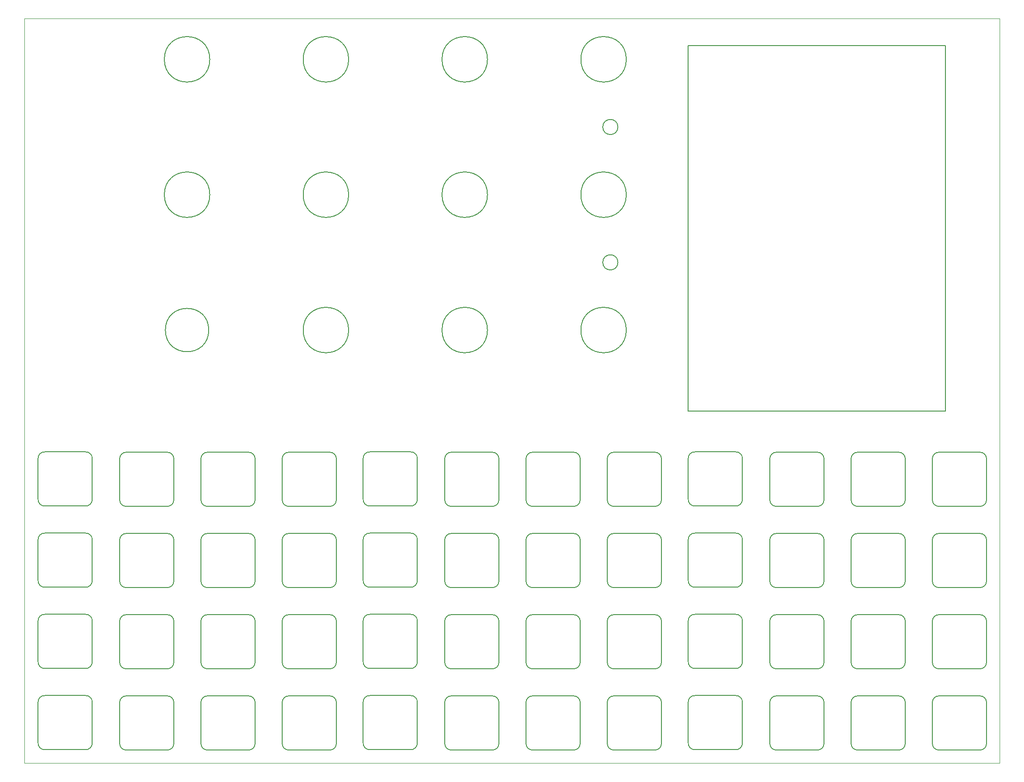
<source format=gko>
G04 Layer: BoardOutlineLayer*
G04 EasyEDA v6.5.39, 2024-01-08 11:37:38*
G04 eb5ff2ee8c2a459cb86397e18697a046,24315905b9734375b2ccc5c6aeea7757,10*
G04 Gerber Generator version 0.2*
G04 Scale: 100 percent, Rotated: No, Reflected: No *
G04 Dimensions in inches *
G04 leading zeros omitted , absolute positions ,3 integer and 6 decimal *
%FSLAX36Y36*%
%MOIN*%

%ADD10C,0.0050*%
%ADD11C,0.0020*%
D10*
X4900000Y5300000D02*
G01*
X6800000Y5300000D01*
X6800000Y2600000D01*
X4900000Y2600000D01*
X4900000Y5300000D01*
D11*
X0Y0D02*
G01*
X0Y2895700D01*
X0Y5500000D01*
X7200000Y5500000D01*
X7200000Y0D01*
X0Y0D01*
D10*
X6752266Y497732D02*
G01*
X7052266Y497732D01*
X7052266Y97732D02*
G01*
X6752266Y97732D01*
X6702266Y147732D02*
G01*
X6702266Y447732D01*
X7102266Y447732D02*
G01*
X7102266Y147732D01*
X6152266Y497732D02*
G01*
X6452266Y497732D01*
X6452266Y97732D02*
G01*
X6152266Y97732D01*
X6102266Y147732D02*
G01*
X6102266Y447732D01*
X6502266Y447732D02*
G01*
X6502266Y147732D01*
X5552266Y497732D02*
G01*
X5852266Y497732D01*
X5852266Y97732D02*
G01*
X5552266Y97732D01*
X5502266Y147732D02*
G01*
X5502266Y447732D01*
X5902266Y447732D02*
G01*
X5902266Y147732D01*
X4950000Y500000D02*
G01*
X5250000Y500000D01*
X5250000Y100000D02*
G01*
X4950000Y100000D01*
X4900000Y150000D02*
G01*
X4900000Y450000D01*
X5300000Y450000D02*
G01*
X5300000Y150000D01*
X6752266Y1097732D02*
G01*
X7052266Y1097732D01*
X7052266Y697732D02*
G01*
X6752266Y697732D01*
X6702266Y747732D02*
G01*
X6702266Y1047732D01*
X7102266Y1047732D02*
G01*
X7102266Y747732D01*
X6152266Y1097732D02*
G01*
X6452266Y1097732D01*
X6452266Y697732D02*
G01*
X6152266Y697732D01*
X6102266Y747732D02*
G01*
X6102266Y1047732D01*
X6502266Y1047732D02*
G01*
X6502266Y747732D01*
X5552266Y1097732D02*
G01*
X5852266Y1097732D01*
X5852266Y697732D02*
G01*
X5552266Y697732D01*
X5502266Y747732D02*
G01*
X5502266Y1047732D01*
X5902266Y1047732D02*
G01*
X5902266Y747732D01*
X4950000Y1100000D02*
G01*
X5250000Y1100000D01*
X5250000Y700000D02*
G01*
X4950000Y700000D01*
X4900000Y750000D02*
G01*
X4900000Y1050000D01*
X5300000Y1050000D02*
G01*
X5300000Y750000D01*
X6752266Y1697732D02*
G01*
X7052266Y1697732D01*
X7052266Y1297732D02*
G01*
X6752266Y1297732D01*
X6702266Y1347732D02*
G01*
X6702266Y1647732D01*
X7102266Y1647732D02*
G01*
X7102266Y1347732D01*
X6152266Y1697732D02*
G01*
X6452266Y1697732D01*
X6452266Y1297732D02*
G01*
X6152266Y1297732D01*
X6102266Y1347732D02*
G01*
X6102266Y1647732D01*
X6502266Y1647732D02*
G01*
X6502266Y1347732D01*
X5552266Y1697732D02*
G01*
X5852266Y1697732D01*
X5852266Y1297732D02*
G01*
X5552266Y1297732D01*
X5502266Y1347732D02*
G01*
X5502266Y1647732D01*
X5902266Y1647732D02*
G01*
X5902266Y1347732D01*
X4950000Y1700000D02*
G01*
X5250000Y1700000D01*
X5250000Y1300000D02*
G01*
X4950000Y1300000D01*
X4900000Y1350000D02*
G01*
X4900000Y1650000D01*
X5300000Y1650000D02*
G01*
X5300000Y1350000D01*
X6752266Y2297732D02*
G01*
X7052266Y2297732D01*
X7052266Y1897732D02*
G01*
X6752266Y1897732D01*
X6702266Y1947732D02*
G01*
X6702266Y2247732D01*
X7102266Y2247732D02*
G01*
X7102266Y1947732D01*
X6152266Y2297732D02*
G01*
X6452266Y2297732D01*
X6452266Y1897732D02*
G01*
X6152266Y1897732D01*
X6102266Y1947732D02*
G01*
X6102266Y2247732D01*
X6502266Y2247732D02*
G01*
X6502266Y1947732D01*
X5552266Y2297732D02*
G01*
X5852266Y2297732D01*
X5852266Y1897732D02*
G01*
X5552266Y1897732D01*
X5502266Y1947732D02*
G01*
X5502266Y2247732D01*
X5902266Y2247732D02*
G01*
X5902266Y1947732D01*
X4950000Y2300000D02*
G01*
X5250000Y2300000D01*
X5250000Y1900000D02*
G01*
X4950000Y1900000D01*
X4900000Y1950000D02*
G01*
X4900000Y2250000D01*
X5300000Y2250000D02*
G01*
X5300000Y1950000D01*
X4352266Y497732D02*
G01*
X4652266Y497732D01*
X4652266Y97732D02*
G01*
X4352266Y97732D01*
X4302266Y147732D02*
G01*
X4302266Y447732D01*
X4702266Y447732D02*
G01*
X4702266Y147732D01*
X3752265Y497732D02*
G01*
X4052265Y497732D01*
X4052265Y97732D02*
G01*
X3752265Y97732D01*
X3702265Y147732D02*
G01*
X3702265Y447732D01*
X4102265Y447732D02*
G01*
X4102265Y147732D01*
X3152265Y497732D02*
G01*
X3452265Y497732D01*
X3452265Y97732D02*
G01*
X3152265Y97732D01*
X3102265Y147732D02*
G01*
X3102265Y447732D01*
X3502265Y447732D02*
G01*
X3502265Y147732D01*
X2550000Y500000D02*
G01*
X2850000Y500000D01*
X2850000Y100000D02*
G01*
X2550000Y100000D01*
X2500000Y150000D02*
G01*
X2500000Y450000D01*
X2900000Y450000D02*
G01*
X2900000Y150000D01*
X4352266Y1097732D02*
G01*
X4652266Y1097732D01*
X4652266Y697732D02*
G01*
X4352266Y697732D01*
X4302266Y747732D02*
G01*
X4302266Y1047732D01*
X4702266Y1047732D02*
G01*
X4702266Y747732D01*
X3752265Y1097732D02*
G01*
X4052265Y1097732D01*
X4052265Y697732D02*
G01*
X3752265Y697732D01*
X3702265Y747732D02*
G01*
X3702265Y1047732D01*
X4102265Y1047732D02*
G01*
X4102265Y747732D01*
X3152265Y1097732D02*
G01*
X3452265Y1097732D01*
X3452265Y697732D02*
G01*
X3152265Y697732D01*
X3102265Y747732D02*
G01*
X3102265Y1047732D01*
X3502265Y1047732D02*
G01*
X3502265Y747732D01*
X2550000Y1100000D02*
G01*
X2850000Y1100000D01*
X2850000Y700000D02*
G01*
X2550000Y700000D01*
X2500000Y750000D02*
G01*
X2500000Y1050000D01*
X2900000Y1050000D02*
G01*
X2900000Y750000D01*
X4352266Y1697732D02*
G01*
X4652266Y1697732D01*
X4652266Y1297732D02*
G01*
X4352266Y1297732D01*
X4302266Y1347732D02*
G01*
X4302266Y1647732D01*
X4702266Y1647732D02*
G01*
X4702266Y1347732D01*
X3752265Y1697732D02*
G01*
X4052265Y1697732D01*
X4052265Y1297732D02*
G01*
X3752265Y1297732D01*
X3702265Y1347732D02*
G01*
X3702265Y1647732D01*
X4102265Y1647732D02*
G01*
X4102265Y1347732D01*
X3152265Y1697732D02*
G01*
X3452265Y1697732D01*
X3452265Y1297732D02*
G01*
X3152265Y1297732D01*
X3102265Y1347732D02*
G01*
X3102265Y1647732D01*
X3502265Y1647732D02*
G01*
X3502265Y1347732D01*
X2550000Y1700000D02*
G01*
X2850000Y1700000D01*
X2850000Y1300000D02*
G01*
X2550000Y1300000D01*
X2500000Y1350000D02*
G01*
X2500000Y1650000D01*
X2900000Y1650000D02*
G01*
X2900000Y1350000D01*
X4352266Y2297732D02*
G01*
X4652266Y2297732D01*
X4652266Y1897732D02*
G01*
X4352266Y1897732D01*
X4302266Y1947732D02*
G01*
X4302266Y2247732D01*
X4702266Y2247732D02*
G01*
X4702266Y1947732D01*
X3752265Y2297732D02*
G01*
X4052265Y2297732D01*
X4052265Y1897732D02*
G01*
X3752265Y1897732D01*
X3702265Y1947732D02*
G01*
X3702265Y2247732D01*
X4102265Y2247732D02*
G01*
X4102265Y1947732D01*
X3152265Y2297732D02*
G01*
X3452265Y2297732D01*
X3452265Y1897732D02*
G01*
X3152265Y1897732D01*
X3102265Y1947732D02*
G01*
X3102265Y2247732D01*
X3502265Y2247732D02*
G01*
X3502265Y1947732D01*
X2550000Y2300000D02*
G01*
X2850000Y2300000D01*
X2850000Y1900000D02*
G01*
X2550000Y1900000D01*
X2500000Y1950000D02*
G01*
X2500000Y2250000D01*
X2900000Y2250000D02*
G01*
X2900000Y1950000D01*
X1952265Y497732D02*
G01*
X2252265Y497732D01*
X2252265Y97732D02*
G01*
X1952265Y97732D01*
X1902265Y147732D02*
G01*
X1902265Y447732D01*
X2302265Y447732D02*
G01*
X2302265Y147732D01*
X1352265Y497732D02*
G01*
X1652265Y497732D01*
X1652265Y97732D02*
G01*
X1352265Y97732D01*
X1302265Y147732D02*
G01*
X1302265Y447732D01*
X1702265Y447732D02*
G01*
X1702265Y147732D01*
X752267Y497732D02*
G01*
X1052265Y497732D01*
X1052265Y97732D02*
G01*
X752267Y97732D01*
X702267Y147732D02*
G01*
X702267Y447732D01*
X1102265Y447732D02*
G01*
X1102265Y147732D01*
X150000Y500000D02*
G01*
X450000Y500000D01*
X450000Y100000D02*
G01*
X150000Y100000D01*
X100000Y150000D02*
G01*
X100000Y450000D01*
X500000Y450000D02*
G01*
X500000Y150000D01*
X1952265Y1097732D02*
G01*
X2252265Y1097732D01*
X2252265Y697732D02*
G01*
X1952265Y697732D01*
X1902265Y747732D02*
G01*
X1902265Y1047732D01*
X2302265Y1047732D02*
G01*
X2302265Y747732D01*
X1352265Y1097732D02*
G01*
X1652265Y1097732D01*
X1652265Y697732D02*
G01*
X1352265Y697732D01*
X1302265Y747732D02*
G01*
X1302265Y1047732D01*
X1702265Y1047732D02*
G01*
X1702265Y747732D01*
X752267Y1097732D02*
G01*
X1052265Y1097732D01*
X1052265Y697732D02*
G01*
X752267Y697732D01*
X702267Y747732D02*
G01*
X702267Y1047732D01*
X1102265Y1047732D02*
G01*
X1102265Y747732D01*
X150000Y1100000D02*
G01*
X450000Y1100000D01*
X450000Y700000D02*
G01*
X150000Y700000D01*
X100000Y750000D02*
G01*
X100000Y1050000D01*
X500000Y1050000D02*
G01*
X500000Y750000D01*
X1952265Y1697732D02*
G01*
X2252265Y1697732D01*
X2252265Y1297732D02*
G01*
X1952265Y1297732D01*
X1902265Y1347732D02*
G01*
X1902265Y1647732D01*
X2302265Y1647732D02*
G01*
X2302265Y1347732D01*
X1352265Y1697732D02*
G01*
X1652265Y1697732D01*
X1652265Y1297732D02*
G01*
X1352265Y1297732D01*
X1302265Y1347732D02*
G01*
X1302265Y1647732D01*
X1702265Y1647732D02*
G01*
X1702265Y1347732D01*
X752267Y1697732D02*
G01*
X1052265Y1697732D01*
X1052265Y1297732D02*
G01*
X752267Y1297732D01*
X702267Y1347732D02*
G01*
X702267Y1647732D01*
X1102265Y1647732D02*
G01*
X1102265Y1347732D01*
X150000Y1700000D02*
G01*
X450000Y1700000D01*
X450000Y1300000D02*
G01*
X150000Y1300000D01*
X100000Y1350000D02*
G01*
X100000Y1650000D01*
X500000Y1650000D02*
G01*
X500000Y1350000D01*
X1952265Y2297732D02*
G01*
X2252265Y2297732D01*
X2252265Y1897732D02*
G01*
X1952265Y1897732D01*
X1902265Y1947732D02*
G01*
X1902265Y2247732D01*
X2302265Y2247732D02*
G01*
X2302265Y1947732D01*
X1352265Y2297732D02*
G01*
X1652265Y2297732D01*
X1652265Y1897732D02*
G01*
X1352265Y1897732D01*
X1302265Y1947732D02*
G01*
X1302265Y2247732D01*
X1702265Y2247732D02*
G01*
X1702265Y1947732D01*
X752267Y2297732D02*
G01*
X1052265Y2297732D01*
X1052265Y1897732D02*
G01*
X752267Y1897732D01*
X702267Y1947732D02*
G01*
X702267Y2247732D01*
X1102265Y2247732D02*
G01*
X1102265Y1947732D01*
X150000Y2300000D02*
G01*
X450000Y2300000D01*
X450000Y1900000D02*
G01*
X150000Y1900000D01*
X100000Y1950000D02*
G01*
X100000Y2250000D01*
X500000Y2250000D02*
G01*
X500000Y1950000D01*
G75*
G01
X1367710Y5200000D02*
G03X1367710Y5200000I-167710J0D01*
G75*
G01
X2392710Y5200000D02*
G03X2392710Y5200000I-167710J0D01*
G75*
G01
X3417710Y5200000D02*
G03X3417710Y5200000I-167710J0D01*
G75*
G01
X4442710Y5200000D02*
G03X4442710Y5200000I-167710J0D01*
G75*
G01
X4442710Y4200000D02*
G03X4442710Y4200000I-167710J0D01*
G75*
G01
X3417710Y4200000D02*
G03X3417710Y4200000I-167710J0D01*
G75*
G01
X2392710Y4200000D02*
G03X2392710Y4200000I-167710J0D01*
G75*
G01
X1367710Y4200000D02*
G03X1367710Y4200000I-167710J0D01*
G75*
G01
X2392710Y3200000D02*
G03X2392710Y3200000I-167710J0D01*
G75*
G01
X1360080Y3200000D02*
G03X1360080Y3200000I-160080J0D01*
G75*
G01
X3417710Y3200000D02*
G03X3417710Y3200000I-167710J0D01*
G75*
G01
X4442710Y3200000D02*
G03X4442710Y3200000I-167710J0D01*
G75*
G01
X4380900Y4700000D02*
G03X4380900Y4700000I-55900J0D01*
G75*
G01
X4380900Y3700000D02*
G03X4380900Y3700000I-55900J0D01*
G75*
G01*
X100000Y2250000D02*
G02*
X150000Y2300000I47732J2268D01*
G75*
G01*
X150000Y1900000D02*
G02*
X100000Y1950000I-2268J47732D01*
G75*
G01*
X500000Y2250000D02*
G03*
X450000Y2300000I-47732J2268D01*
G75*
G01*
X450000Y1900000D02*
G03*
X500000Y1950000I2268J47732D01*
G75*
G01*
X1052268Y1897732D02*
G03*
X1102268Y1947732I2268J47732D01*
G75*
G01*
X1102268Y2247732D02*
G03*
X1052268Y2297732I-47732J2268D01*
G75*
G01*
X752268Y1897732D02*
G02*
X702268Y1947732I-2268J47732D01*
G75*
G01*
X702268Y2247732D02*
G02*
X752268Y2297732I47732J2268D01*
G75*
G01*
X1652268Y1897732D02*
G03*
X1702268Y1947732I2268J47732D01*
G75*
G01*
X1702268Y2247732D02*
G03*
X1652268Y2297732I-47732J2268D01*
G75*
G01*
X1352268Y1897732D02*
G02*
X1302268Y1947732I-2268J47732D01*
G75*
G01*
X1302268Y2247732D02*
G02*
X1352268Y2297732I47732J2268D01*
G75*
G01*
X1902268Y2247732D02*
G02*
X1952268Y2297732I47732J2268D01*
G75*
G01*
X1952268Y1897732D02*
G02*
X1902268Y1947732I-2268J47732D01*
G75*
G01*
X2302268Y2247732D02*
G03*
X2252268Y2297732I-47732J2268D01*
G75*
G01*
X2252268Y1897732D02*
G03*
X2302268Y1947732I2268J47732D01*
G75*
G01*
X2252268Y1297732D02*
G03*
X2302268Y1347732I2268J47732D01*
G75*
G01*
X2302268Y1647732D02*
G03*
X2252268Y1697732I-47732J2268D01*
G75*
G01*
X1952268Y1297732D02*
G02*
X1902268Y1347732I-2268J47732D01*
G75*
G01*
X1902268Y1647732D02*
G02*
X1952268Y1697732I47732J2268D01*
G75*
G01*
X1302268Y1647732D02*
G02*
X1352268Y1697732I47732J2268D01*
G75*
G01*
X1352268Y1297732D02*
G02*
X1302268Y1347732I-2268J47732D01*
G75*
G01*
X1702268Y1647732D02*
G03*
X1652268Y1697732I-47732J2268D01*
G75*
G01*
X1652268Y1297732D02*
G03*
X1702268Y1347732I2268J47732D01*
G75*
G01*
X702268Y1647732D02*
G02*
X752268Y1697732I47732J2268D01*
G75*
G01*
X752268Y1297732D02*
G02*
X702268Y1347732I-2268J47732D01*
G75*
G01*
X1102268Y1647732D02*
G03*
X1052268Y1697732I-47732J2268D01*
G75*
G01*
X1052268Y1297732D02*
G03*
X1102268Y1347732I2268J47732D01*
G75*
G01*
X450000Y1300000D02*
G03*
X500000Y1350000I2268J47732D01*
G75*
G01*
X500000Y1650000D02*
G03*
X450000Y1700000I-47732J2268D01*
G75*
G01*
X150000Y1300000D02*
G02*
X100000Y1350000I-2268J47732D01*
G75*
G01*
X100000Y1650000D02*
G02*
X150000Y1700000I47732J2268D01*
G75*
G01*
X2252268Y697732D02*
G03*
X2302268Y747732I2268J47732D01*
G75*
G01*
X2302268Y1047732D02*
G03*
X2252268Y1097732I-47732J2268D01*
G75*
G01*
X1952268Y697732D02*
G02*
X1902268Y747732I-2268J47732D01*
G75*
G01*
X1902268Y1047732D02*
G02*
X1952268Y1097732I47732J2268D01*
G75*
G01*
X1302268Y1047732D02*
G02*
X1352268Y1097732I47732J2268D01*
G75*
G01*
X1352268Y697732D02*
G02*
X1302268Y747732I-2268J47732D01*
G75*
G01*
X1702268Y1047732D02*
G03*
X1652268Y1097732I-47732J2268D01*
G75*
G01*
X1652268Y697732D02*
G03*
X1702268Y747732I2268J47732D01*
G75*
G01*
X702268Y1047732D02*
G02*
X752268Y1097732I47732J2268D01*
G75*
G01*
X752268Y697732D02*
G02*
X702268Y747732I-2268J47732D01*
G75*
G01*
X1102268Y1047732D02*
G03*
X1052268Y1097732I-47732J2268D01*
G75*
G01*
X1052268Y697732D02*
G03*
X1102268Y747732I2268J47732D01*
G75*
G01*
X450000Y700000D02*
G03*
X500000Y750000I2268J47732D01*
G75*
G01*
X500000Y1050000D02*
G03*
X450000Y1100000I-47732J2268D01*
G75*
G01*
X150000Y700000D02*
G02*
X100000Y750000I-2268J47732D01*
G75*
G01*
X100000Y1050000D02*
G02*
X150000Y1100000I47732J2268D01*
G75*
G01*
X2252268Y97732D02*
G03*
X2302268Y147732I2268J47732D01*
G75*
G01*
X2302268Y447732D02*
G03*
X2252268Y497732I-47732J2268D01*
G75*
G01*
X1952268Y97732D02*
G02*
X1902268Y147732I-2268J47732D01*
G75*
G01*
X1902268Y447732D02*
G02*
X1952268Y497732I47732J2268D01*
G75*
G01*
X1302268Y447732D02*
G02*
X1352268Y497732I47732J2268D01*
G75*
G01*
X1352268Y97732D02*
G02*
X1302268Y147732I-2268J47732D01*
G75*
G01*
X1702268Y447732D02*
G03*
X1652268Y497732I-47732J2268D01*
G75*
G01*
X1652268Y97732D02*
G03*
X1702268Y147732I2268J47732D01*
G75*
G01*
X702268Y447732D02*
G02*
X752268Y497732I47732J2268D01*
G75*
G01*
X752268Y97732D02*
G02*
X702268Y147732I-2268J47732D01*
G75*
G01*
X1102268Y447732D02*
G03*
X1052268Y497732I-47732J2268D01*
G75*
G01*
X1052268Y97732D02*
G03*
X1102268Y147732I2268J47732D01*
G75*
G01*
X450000Y100000D02*
G03*
X500000Y150000I2268J47732D01*
G75*
G01*
X500000Y450000D02*
G03*
X450000Y500000I-47732J2268D01*
G75*
G01*
X150000Y100000D02*
G02*
X100000Y150000I-2268J47732D01*
G75*
G01*
X100000Y450000D02*
G02*
X150000Y500000I47732J2268D01*
G75*
G01*
X2500000Y450000D02*
G02*
X2550000Y500000I47732J2268D01*
G75*
G01*
X2550000Y100000D02*
G02*
X2500000Y150000I-2268J47732D01*
G75*
G01*
X2900000Y450000D02*
G03*
X2850000Y500000I-47732J2268D01*
G75*
G01*
X2850000Y100000D02*
G03*
X2900000Y150000I2268J47732D01*
G75*
G01*
X3452268Y97732D02*
G03*
X3502268Y147732I2268J47732D01*
G75*
G01*
X3502268Y447732D02*
G03*
X3452268Y497732I-47732J2268D01*
G75*
G01*
X3152268Y97732D02*
G02*
X3102268Y147732I-2268J47732D01*
G75*
G01*
X3102268Y447732D02*
G02*
X3152268Y497732I47732J2268D01*
G75*
G01*
X4052268Y97732D02*
G03*
X4102268Y147732I2268J47732D01*
G75*
G01*
X4102268Y447732D02*
G03*
X4052268Y497732I-47732J2268D01*
G75*
G01*
X3752268Y97732D02*
G02*
X3702268Y147732I-2268J47732D01*
G75*
G01*
X3702268Y447732D02*
G02*
X3752268Y497732I47732J2268D01*
G75*
G01*
X4302268Y447732D02*
G02*
X4352268Y497732I47732J2268D01*
G75*
G01*
X4352268Y97732D02*
G02*
X4302268Y147732I-2268J47732D01*
G75*
G01*
X4702268Y447732D02*
G03*
X4652268Y497732I-47732J2268D01*
G75*
G01*
X4652268Y97732D02*
G03*
X4702268Y147732I2268J47732D01*
G75*
G01*
X2500000Y1050000D02*
G02*
X2550000Y1100000I47732J2268D01*
G75*
G01*
X2550000Y700000D02*
G02*
X2500000Y750000I-2268J47732D01*
G75*
G01*
X2900000Y1050000D02*
G03*
X2850000Y1100000I-47732J2268D01*
G75*
G01*
X2850000Y700000D02*
G03*
X2900000Y750000I2268J47732D01*
G75*
G01*
X3452268Y697732D02*
G03*
X3502268Y747732I2268J47732D01*
G75*
G01*
X3502268Y1047732D02*
G03*
X3452268Y1097732I-47732J2268D01*
G75*
G01*
X3152268Y697732D02*
G02*
X3102268Y747732I-2268J47732D01*
G75*
G01*
X3102268Y1047732D02*
G02*
X3152268Y1097732I47732J2268D01*
G75*
G01*
X4052268Y697732D02*
G03*
X4102268Y747732I2268J47732D01*
G75*
G01*
X4102268Y1047732D02*
G03*
X4052268Y1097732I-47732J2268D01*
G75*
G01*
X3752268Y697732D02*
G02*
X3702268Y747732I-2268J47732D01*
G75*
G01*
X3702268Y1047732D02*
G02*
X3752268Y1097732I47732J2268D01*
G75*
G01*
X4302268Y1047732D02*
G02*
X4352268Y1097732I47732J2268D01*
G75*
G01*
X4352268Y697732D02*
G02*
X4302268Y747732I-2268J47732D01*
G75*
G01*
X4702268Y1047732D02*
G03*
X4652268Y1097732I-47732J2268D01*
G75*
G01*
X4652268Y697732D02*
G03*
X4702268Y747732I2268J47732D01*
G75*
G01*
X2500000Y1650000D02*
G02*
X2550000Y1700000I47732J2268D01*
G75*
G01*
X2550000Y1300000D02*
G02*
X2500000Y1350000I-2268J47732D01*
G75*
G01*
X2900000Y1650000D02*
G03*
X2850000Y1700000I-47732J2268D01*
G75*
G01*
X2850000Y1300000D02*
G03*
X2900000Y1350000I2268J47732D01*
G75*
G01*
X3452268Y1297732D02*
G03*
X3502268Y1347732I2268J47732D01*
G75*
G01*
X3502268Y1647732D02*
G03*
X3452268Y1697732I-47732J2268D01*
G75*
G01*
X3152268Y1297732D02*
G02*
X3102268Y1347732I-2268J47732D01*
G75*
G01*
X3102268Y1647732D02*
G02*
X3152268Y1697732I47732J2268D01*
G75*
G01*
X4052268Y1297732D02*
G03*
X4102268Y1347732I2268J47732D01*
G75*
G01*
X4102268Y1647732D02*
G03*
X4052268Y1697732I-47732J2268D01*
G75*
G01*
X3752268Y1297732D02*
G02*
X3702268Y1347732I-2268J47732D01*
G75*
G01*
X3702268Y1647732D02*
G02*
X3752268Y1697732I47732J2268D01*
G75*
G01*
X4302268Y1647732D02*
G02*
X4352268Y1697732I47732J2268D01*
G75*
G01*
X4352268Y1297732D02*
G02*
X4302268Y1347732I-2268J47732D01*
G75*
G01*
X4702268Y1647732D02*
G03*
X4652268Y1697732I-47732J2268D01*
G75*
G01*
X4652268Y1297732D02*
G03*
X4702268Y1347732I2268J47732D01*
G75*
G01*
X4652268Y1897732D02*
G03*
X4702268Y1947732I2268J47732D01*
G75*
G01*
X4702268Y2247732D02*
G03*
X4652268Y2297732I-47732J2268D01*
G75*
G01*
X4352268Y1897732D02*
G02*
X4302268Y1947732I-2268J47732D01*
G75*
G01*
X4302268Y2247732D02*
G02*
X4352268Y2297732I47732J2268D01*
G75*
G01*
X3702268Y2247732D02*
G02*
X3752268Y2297732I47732J2268D01*
G75*
G01*
X3752268Y1897732D02*
G02*
X3702268Y1947732I-2268J47732D01*
G75*
G01*
X4102268Y2247732D02*
G03*
X4052268Y2297732I-47732J2268D01*
G75*
G01*
X4052268Y1897732D02*
G03*
X4102268Y1947732I2268J47732D01*
G75*
G01*
X3102268Y2247732D02*
G02*
X3152268Y2297732I47732J2268D01*
G75*
G01*
X3152268Y1897732D02*
G02*
X3102268Y1947732I-2268J47732D01*
G75*
G01*
X3502268Y2247732D02*
G03*
X3452268Y2297732I-47732J2268D01*
G75*
G01*
X3452268Y1897732D02*
G03*
X3502268Y1947732I2268J47732D01*
G75*
G01*
X2850000Y1900000D02*
G03*
X2900000Y1950000I2268J47732D01*
G75*
G01*
X2900000Y2250000D02*
G03*
X2850000Y2300000I-47732J2268D01*
G75*
G01*
X2550000Y1900000D02*
G02*
X2500000Y1950000I-2268J47732D01*
G75*
G01*
X2500000Y2250000D02*
G02*
X2550000Y2300000I47732J2268D01*
G75*
G01*
X4900000Y450000D02*
G02*
X4950000Y500000I47732J2268D01*
G75*
G01*
X4950000Y100000D02*
G02*
X4900000Y150000I-2268J47732D01*
G75*
G01*
X5300000Y450000D02*
G03*
X5250000Y500000I-47732J2268D01*
G75*
G01*
X5250000Y100000D02*
G03*
X5300000Y150000I2268J47732D01*
G75*
G01*
X5852268Y97732D02*
G03*
X5902268Y147732I2268J47732D01*
G75*
G01*
X5902268Y447732D02*
G03*
X5852268Y497732I-47732J2268D01*
G75*
G01*
X5552268Y97732D02*
G02*
X5502268Y147732I-2268J47732D01*
G75*
G01*
X5502268Y447732D02*
G02*
X5552268Y497732I47732J2268D01*
G75*
G01*
X6452268Y97732D02*
G03*
X6502268Y147732I2268J47732D01*
G75*
G01*
X6502268Y447732D02*
G03*
X6452268Y497732I-47732J2268D01*
G75*
G01*
X6152268Y97732D02*
G02*
X6102268Y147732I-2268J47732D01*
G75*
G01*
X6102268Y447732D02*
G02*
X6152268Y497732I47732J2268D01*
G75*
G01*
X6702268Y447732D02*
G02*
X6752268Y497732I47732J2268D01*
G75*
G01*
X6752268Y97732D02*
G02*
X6702268Y147732I-2268J47732D01*
G75*
G01*
X7102268Y447732D02*
G03*
X7052268Y497732I-47732J2268D01*
G75*
G01*
X7052268Y97732D02*
G03*
X7102268Y147732I2268J47732D01*
G75*
G01*
X4900000Y1050000D02*
G02*
X4950000Y1100000I47732J2268D01*
G75*
G01*
X4950000Y700000D02*
G02*
X4900000Y750000I-2268J47732D01*
G75*
G01*
X5300000Y1050000D02*
G03*
X5250000Y1100000I-47732J2268D01*
G75*
G01*
X5250000Y700000D02*
G03*
X5300000Y750000I2268J47732D01*
G75*
G01*
X5852268Y697732D02*
G03*
X5902268Y747732I2268J47732D01*
G75*
G01*
X5902268Y1047732D02*
G03*
X5852268Y1097732I-47732J2268D01*
G75*
G01*
X5552268Y697732D02*
G02*
X5502268Y747732I-2268J47732D01*
G75*
G01*
X5502268Y1047732D02*
G02*
X5552268Y1097732I47732J2268D01*
G75*
G01*
X6452268Y697732D02*
G03*
X6502268Y747732I2268J47732D01*
G75*
G01*
X6502268Y1047732D02*
G03*
X6452268Y1097732I-47732J2268D01*
G75*
G01*
X6152268Y697732D02*
G02*
X6102268Y747732I-2268J47732D01*
G75*
G01*
X6102268Y1047732D02*
G02*
X6152268Y1097732I47732J2268D01*
G75*
G01*
X6702268Y1047732D02*
G02*
X6752268Y1097732I47732J2268D01*
G75*
G01*
X6752268Y697732D02*
G02*
X6702268Y747732I-2268J47732D01*
G75*
G01*
X7102268Y1047732D02*
G03*
X7052268Y1097732I-47732J2268D01*
G75*
G01*
X7052268Y697732D02*
G03*
X7102268Y747732I2268J47732D01*
G75*
G01*
X4900000Y1650000D02*
G02*
X4950000Y1700000I47732J2268D01*
G75*
G01*
X4950000Y1300000D02*
G02*
X4900000Y1350000I-2268J47732D01*
G75*
G01*
X5300000Y1650000D02*
G03*
X5250000Y1700000I-47732J2268D01*
G75*
G01*
X5250000Y1300000D02*
G03*
X5300000Y1350000I2268J47732D01*
G75*
G01*
X5852268Y1297732D02*
G03*
X5902268Y1347732I2268J47732D01*
G75*
G01*
X5902268Y1647732D02*
G03*
X5852268Y1697732I-47732J2268D01*
G75*
G01*
X5552268Y1297732D02*
G02*
X5502268Y1347732I-2268J47732D01*
G75*
G01*
X5502268Y1647732D02*
G02*
X5552268Y1697732I47732J2268D01*
G75*
G01*
X6452268Y1297732D02*
G03*
X6502268Y1347732I2268J47732D01*
G75*
G01*
X6502268Y1647732D02*
G03*
X6452268Y1697732I-47732J2268D01*
G75*
G01*
X6152268Y1297732D02*
G02*
X6102268Y1347732I-2268J47732D01*
G75*
G01*
X6102268Y1647732D02*
G02*
X6152268Y1697732I47732J2268D01*
G75*
G01*
X6702268Y1647732D02*
G02*
X6752268Y1697732I47732J2268D01*
G75*
G01*
X6752268Y1297732D02*
G02*
X6702268Y1347732I-2268J47732D01*
G75*
G01*
X7102268Y1647732D02*
G03*
X7052268Y1697732I-47732J2268D01*
G75*
G01*
X7052268Y1297732D02*
G03*
X7102268Y1347732I2268J47732D01*
G75*
G01*
X7052268Y1897732D02*
G03*
X7102268Y1947732I2268J47732D01*
G75*
G01*
X7102268Y2247732D02*
G03*
X7052268Y2297732I-47732J2268D01*
G75*
G01*
X6752268Y1897732D02*
G02*
X6702268Y1947732I-2268J47732D01*
G75*
G01*
X6702268Y2247732D02*
G02*
X6752268Y2297732I47732J2268D01*
G75*
G01*
X6102268Y2247732D02*
G02*
X6152268Y2297732I47732J2268D01*
G75*
G01*
X6152268Y1897732D02*
G02*
X6102268Y1947732I-2268J47732D01*
G75*
G01*
X6502268Y2247732D02*
G03*
X6452268Y2297732I-47732J2268D01*
G75*
G01*
X6452268Y1897732D02*
G03*
X6502268Y1947732I2268J47732D01*
G75*
G01*
X5502268Y2247732D02*
G02*
X5552268Y2297732I47732J2268D01*
G75*
G01*
X5552268Y1897732D02*
G02*
X5502268Y1947732I-2268J47732D01*
G75*
G01*
X5902268Y2247732D02*
G03*
X5852268Y2297732I-47732J2268D01*
G75*
G01*
X5852268Y1897732D02*
G03*
X5902268Y1947732I2268J47732D01*
G75*
G01*
X5250000Y1900000D02*
G03*
X5300000Y1950000I2268J47732D01*
G75*
G01*
X5300000Y2250000D02*
G03*
X5250000Y2300000I-47732J2268D01*
G75*
G01*
X4950000Y1900000D02*
G02*
X4900000Y1950000I-2268J47732D01*
G75*
G01*
X4900000Y2250000D02*
G02*
X4950000Y2300000I47732J2268D01*

%LPD*%
M02*

</source>
